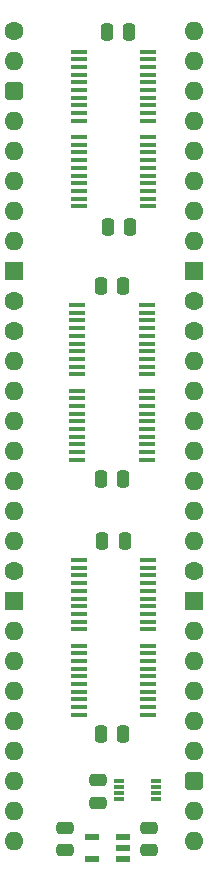
<source format=gts>
%TF.GenerationSoftware,KiCad,Pcbnew,8.0.7*%
%TF.CreationDate,2025-01-04T12:42:38+02:00*%
%TF.ProjectId,Register 24bit with IO,52656769-7374-4657-9220-323462697420,V0*%
%TF.SameCoordinates,Original*%
%TF.FileFunction,Soldermask,Top*%
%TF.FilePolarity,Negative*%
%FSLAX46Y46*%
G04 Gerber Fmt 4.6, Leading zero omitted, Abs format (unit mm)*
G04 Created by KiCad (PCBNEW 8.0.7) date 2025-01-04 12:42:38*
%MOMM*%
%LPD*%
G01*
G04 APERTURE LIST*
G04 Aperture macros list*
%AMRoundRect*
0 Rectangle with rounded corners*
0 $1 Rounding radius*
0 $2 $3 $4 $5 $6 $7 $8 $9 X,Y pos of 4 corners*
0 Add a 4 corners polygon primitive as box body*
4,1,4,$2,$3,$4,$5,$6,$7,$8,$9,$2,$3,0*
0 Add four circle primitives for the rounded corners*
1,1,$1+$1,$2,$3*
1,1,$1+$1,$4,$5*
1,1,$1+$1,$6,$7*
1,1,$1+$1,$8,$9*
0 Add four rect primitives between the rounded corners*
20,1,$1+$1,$2,$3,$4,$5,0*
20,1,$1+$1,$4,$5,$6,$7,0*
20,1,$1+$1,$6,$7,$8,$9,0*
20,1,$1+$1,$8,$9,$2,$3,0*%
G04 Aperture macros list end*
%ADD10R,1.475000X0.450000*%
%ADD11RoundRect,0.250000X-0.250000X-0.475000X0.250000X-0.475000X0.250000X0.475000X-0.250000X0.475000X0*%
%ADD12RoundRect,0.250000X0.250000X0.475000X-0.250000X0.475000X-0.250000X-0.475000X0.250000X-0.475000X0*%
%ADD13R,0.850000X0.300000*%
%ADD14RoundRect,0.250000X0.475000X-0.250000X0.475000X0.250000X-0.475000X0.250000X-0.475000X-0.250000X0*%
%ADD15RoundRect,0.250000X-0.475000X0.250000X-0.475000X-0.250000X0.475000X-0.250000X0.475000X0.250000X0*%
%ADD16C,1.600000*%
%ADD17O,1.600000X1.600000*%
%ADD18RoundRect,0.400000X-0.400000X-0.400000X0.400000X-0.400000X0.400000X0.400000X-0.400000X0.400000X0*%
%ADD19R,1.600000X1.600000*%
%ADD20R,1.150000X0.600000*%
G04 APERTURE END LIST*
D10*
%TO.C,IC1*%
X5444000Y-52066000D03*
X5444000Y-52716000D03*
X5444000Y-53366000D03*
X5444000Y-54016000D03*
X5444000Y-54666000D03*
X5444000Y-55316000D03*
X5444000Y-55966000D03*
X5444000Y-56616000D03*
X5444000Y-57266000D03*
X5444000Y-57916000D03*
X11320000Y-57916000D03*
X11320000Y-57266000D03*
X11320000Y-56616000D03*
X11320000Y-55966000D03*
X11320000Y-55316000D03*
X11320000Y-54666000D03*
X11320000Y-54016000D03*
X11320000Y-53366000D03*
X11320000Y-52716000D03*
X11320000Y-52066000D03*
%TD*%
D11*
%TO.C,C7*%
X7829000Y-127000D03*
X9729000Y-127000D03*
%TD*%
D10*
%TO.C,IC8*%
X11320000Y-7624000D03*
X11320000Y-6974000D03*
X11320000Y-6324000D03*
X11320000Y-5674000D03*
X11320000Y-5024000D03*
X11320000Y-4374000D03*
X11320000Y-3724000D03*
X11320000Y-3074000D03*
X11320000Y-2424000D03*
X11320000Y-1774000D03*
X5444000Y-1774000D03*
X5444000Y-2424000D03*
X5444000Y-3074000D03*
X5444000Y-3724000D03*
X5444000Y-4374000D03*
X5444000Y-5024000D03*
X5444000Y-5674000D03*
X5444000Y-6324000D03*
X5444000Y-6974000D03*
X5444000Y-7624000D03*
%TD*%
%TO.C,IC4*%
X11320000Y-50677000D03*
X11320000Y-50027000D03*
X11320000Y-49377000D03*
X11320000Y-48727000D03*
X11320000Y-48077000D03*
X11320000Y-47427000D03*
X11320000Y-46777000D03*
X11320000Y-46127000D03*
X11320000Y-45477000D03*
X11320000Y-44827000D03*
X5444000Y-44827000D03*
X5444000Y-45477000D03*
X5444000Y-46127000D03*
X5444000Y-46777000D03*
X5444000Y-47427000D03*
X5444000Y-48077000D03*
X5444000Y-48727000D03*
X5444000Y-49377000D03*
X5444000Y-50027000D03*
X5444000Y-50677000D03*
%TD*%
D12*
%TO.C,C4*%
X9189000Y-37973000D03*
X7289000Y-37973000D03*
%TD*%
D13*
%TO.C,IC6*%
X8839000Y-63512000D03*
X8839000Y-64012000D03*
X8839000Y-64512000D03*
X8839000Y-65012000D03*
X11989000Y-65012000D03*
X11989000Y-64512000D03*
X11989000Y-64012000D03*
X11989000Y-63512000D03*
%TD*%
D12*
%TO.C,C3*%
X9824000Y-16637000D03*
X7924000Y-16637000D03*
%TD*%
D11*
%TO.C,C2*%
X7448000Y-43180000D03*
X9348000Y-43180000D03*
%TD*%
D10*
%TO.C,IC2*%
X5317000Y-30476000D03*
X5317000Y-31126000D03*
X5317000Y-31776000D03*
X5317000Y-32426000D03*
X5317000Y-33076000D03*
X5317000Y-33726000D03*
X5317000Y-34376000D03*
X5317000Y-35026000D03*
X5317000Y-35676000D03*
X5317000Y-36326000D03*
X11193000Y-36326000D03*
X11193000Y-35676000D03*
X11193000Y-35026000D03*
X11193000Y-34376000D03*
X11193000Y-33726000D03*
X11193000Y-33076000D03*
X11193000Y-32426000D03*
X11193000Y-31776000D03*
X11193000Y-31126000D03*
X11193000Y-30476000D03*
%TD*%
D12*
%TO.C,C1*%
X9189000Y-59563000D03*
X7289000Y-59563000D03*
%TD*%
D14*
%TO.C,C9*%
X4318000Y-69387000D03*
X4318000Y-67487000D03*
%TD*%
%TO.C,C8*%
X11430000Y-69387000D03*
X11430000Y-67487000D03*
%TD*%
D10*
%TO.C,IC3*%
X5444000Y-9013000D03*
X5444000Y-9663000D03*
X5444000Y-10313000D03*
X5444000Y-10963000D03*
X5444000Y-11613000D03*
X5444000Y-12263000D03*
X5444000Y-12913000D03*
X5444000Y-13563000D03*
X5444000Y-14213000D03*
X5444000Y-14863000D03*
X11320000Y-14863000D03*
X11320000Y-14213000D03*
X11320000Y-13563000D03*
X11320000Y-12913000D03*
X11320000Y-12263000D03*
X11320000Y-11613000D03*
X11320000Y-10963000D03*
X11320000Y-10313000D03*
X11320000Y-9663000D03*
X11320000Y-9013000D03*
%TD*%
D15*
%TO.C,C5*%
X7112000Y-63455000D03*
X7112000Y-65355000D03*
%TD*%
D11*
%TO.C,C6*%
X7321000Y-21590000D03*
X9221000Y-21590000D03*
%TD*%
D10*
%TO.C,IC7*%
X11193000Y-29087000D03*
X11193000Y-28437000D03*
X11193000Y-27787000D03*
X11193000Y-27137000D03*
X11193000Y-26487000D03*
X11193000Y-25837000D03*
X11193000Y-25187000D03*
X11193000Y-24537000D03*
X11193000Y-23887000D03*
X11193000Y-23237000D03*
X5317000Y-23237000D03*
X5317000Y-23887000D03*
X5317000Y-24537000D03*
X5317000Y-25187000D03*
X5317000Y-25837000D03*
X5317000Y-26487000D03*
X5317000Y-27137000D03*
X5317000Y-27787000D03*
X5317000Y-28437000D03*
X5317000Y-29087000D03*
%TD*%
D16*
%TO.C,J2*%
X0Y0D03*
D17*
X0Y-2540000D03*
D18*
X0Y-5080000D03*
D17*
X0Y-7620000D03*
X0Y-10160000D03*
X0Y-12700000D03*
X0Y-15240000D03*
X0Y-17780000D03*
D19*
X0Y-20320000D03*
D16*
X0Y-22860000D03*
X0Y-25400000D03*
D17*
X0Y-27940000D03*
X0Y-30480000D03*
X0Y-33020000D03*
X0Y-35560000D03*
X0Y-38100000D03*
X0Y-40640000D03*
X0Y-43180000D03*
D16*
X0Y-45720000D03*
D19*
X0Y-48260000D03*
D17*
X0Y-50800000D03*
X0Y-53340000D03*
X0Y-55880000D03*
X0Y-58420000D03*
X0Y-60960000D03*
X0Y-63500000D03*
X0Y-66040000D03*
X0Y-68580000D03*
X15240000Y-68580000D03*
X15240000Y-66040000D03*
D18*
X15240000Y-63500000D03*
D17*
X15240000Y-60960000D03*
X15240000Y-58420000D03*
X15240000Y-55880000D03*
X15240000Y-53340000D03*
X15240000Y-50800000D03*
D19*
X15240000Y-48260000D03*
D16*
X15240000Y-45720000D03*
D17*
X15240000Y-43180000D03*
X15240000Y-40640000D03*
X15240000Y-38100000D03*
X15240000Y-35560000D03*
X15240000Y-33020000D03*
X15240000Y-30480000D03*
X15240000Y-27940000D03*
D16*
X15240000Y-25400000D03*
X15240000Y-22860000D03*
D19*
X15240000Y-20320000D03*
D17*
X15240000Y-17780000D03*
X15240000Y-15240000D03*
X15240000Y-12700000D03*
X15240000Y-10160000D03*
X15240000Y-7620000D03*
X15240000Y-5080000D03*
X15240000Y-2540000D03*
X15240000Y0D03*
%TD*%
D20*
%TO.C,IC5*%
X9174000Y-70165000D03*
X9174000Y-69215000D03*
X9174000Y-68265000D03*
X6574000Y-68265000D03*
X6574000Y-70165000D03*
%TD*%
M02*

</source>
